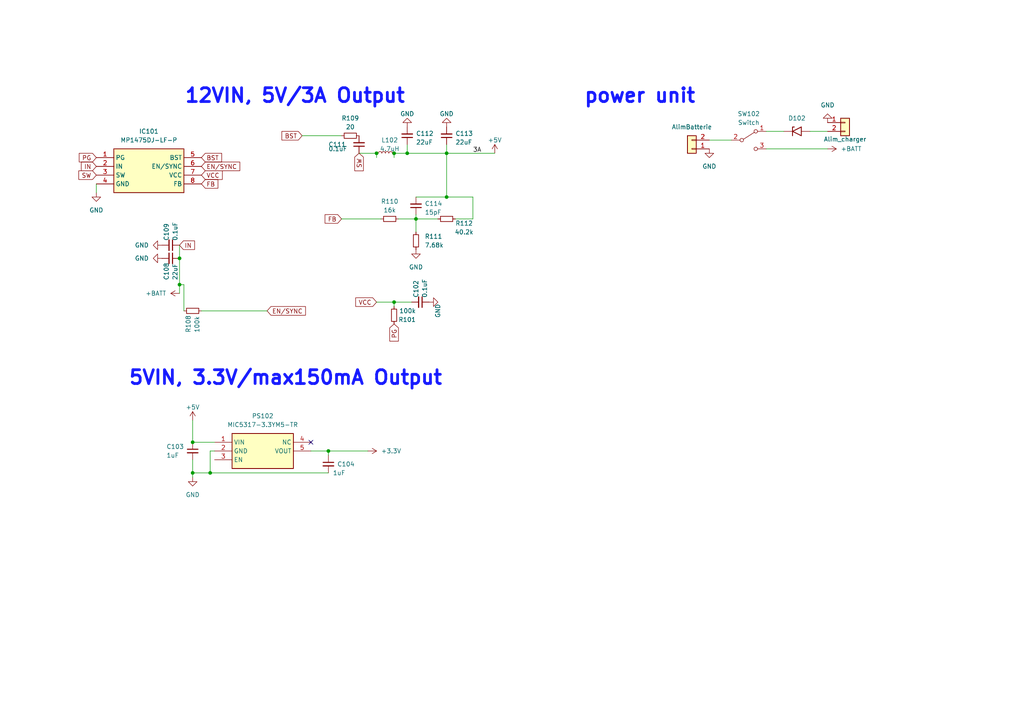
<source format=kicad_sch>
(kicad_sch (version 20231120) (generator "eeschema") (generator_version "8.0")
  (paper "A4")
  (title_block (title "AlimStealthKitty") (date "2024-09-20") (rev "JK") (company "ENSEA"))
  (lib_symbols
    (symbol "Connector_Generic:Conn_01x02" (pin_names (offset 1.016) hide)
      (property "Reference" "J" (at 0 2.54 0))
      (property "Value" "Conn_01x02" (at 0 -5.08 0))
      (symbol "Conn_01x02_1_1"
        (rectangle (start -1.27 -2.413) (end 0 -2.667) (stroke (width 0.1524)))
        (rectangle (start -1.27 0.127) (end 0 -0.127) (stroke (width 0.1524)))
        (rectangle (start -1.27 1.27) (end 1.27 -3.81) (stroke (width 0.254)) (fill (type background)))
        (pin passive line (at -5.08 0 0) (length 3.81) (name "Pin_1") (number "1"))
        (pin passive line (at -5.08 -2.54 0) (length 3.81) (name "Pin_2") (number "2"))
      )
    )
    (symbol "Device:C_Small" (pin_numbers hide) (pin_names (offset 0.254) hide)
      (property "Reference" "C" (at 0.254 1.778 0))
      (property "Value" "C_Small" (at 0.254 -2.032 0))
      (symbol "C_Small_0_1"
        (polyline (pts (xy -1.524 -0.508) (xy 1.524 -0.508)) (stroke (width 0.3302)))
        (polyline (pts (xy -1.524 0.508) (xy 1.524 0.508)) (stroke (width 0.3048)))
      )
      (symbol "C_Small_1_1"
        (pin passive line (at 0 2.54 270) (length 2.032) (name "~") (number "1"))
        (pin passive line (at 0 -2.54 90) (length 2.032) (name "~") (number "2"))
      )
    )
    (symbol "Device:L_Small" (pin_numbers hide) (pin_names (offset 0.254) hide)
      (property "Reference" "L" (at 0.762 1.016 0))
      (property "Value" "L_Small" (at 0.762 -1.016 0))
      (symbol "L_Small_0_1"
        (arc (start 0 -2.032) (mid 0.5058 -1.524) (end 0 -1.016))
        (arc (start 0 -1.016) (mid 0.5058 -0.508) (end 0 0))
        (arc (start 0 0) (mid 0.5058 0.508) (end 0 1.016))
        (arc (start 0 1.016) (mid 0.5058 1.524) (end 0 2.032))
      )
      (symbol "L_Small_1_1"
        (pin passive line (at 0 2.54 270) (length 0.508) (name "~") (number "1"))
        (pin passive line (at 0 -2.54 90) (length 0.508) (name "~") (number "2"))
      )
    )
    (symbol "Device:R_Small" (pin_numbers hide) (pin_names (offset 0.254) hide)
      (property "Reference" "R" (at 0.762 0.508 0))
      (property "Value" "R_Small" (at 0.762 -1.016 0))
      (symbol "R_Small_0_1"
        (rectangle (start -0.762 1.778) (end 0.762 -1.778) (stroke (width 0.2032)))
      )
      (symbol "R_Small_1_1"
        (pin passive line (at 0 2.54 270) (length 0.762) (name "~") (number "1"))
        (pin passive line (at 0 -2.54 90) (length 0.762) (name "~") (number "2"))
      )
    )
    (symbol "Diode:1.5KExxA" (pin_numbers hide) (pin_names (offset 1.016) hide)
      (property "Reference" "D" (at 0 2.54 0))
      (property "Value" "1.5KExxA" (at 0 -2.54 0))
      (symbol "1.5KExxA_0_1"
        (polyline (pts (xy -0.762 1.27) (xy -1.27 1.27) (xy -1.27 -1.27)) (stroke (width 0.254)))
        (polyline (pts (xy 1.27 1.27) (xy 1.27 -1.27) (xy -1.27 0) (xy 1.27 1.27)) (stroke (width 0.254)))
      )
      (symbol "1.5KExxA_1_1"
        (pin passive line (at -3.81 0 0) (length 2.54) (name "A1") (number "1"))
        (pin passive line (at 3.81 0 180) (length 2.54) (name "A2") (number "2"))
      )
    )
    (symbol "GND_1" (power) (pin_numbers hide) (pin_names (offset 0) hide)
      (property "Value" "GND" (at 0 -3.81 0))
      (symbol "GND_1_0_1"
        (polyline (pts (xy 0 0) (xy 0 -1.27) (xy 1.27 -1.27) (xy 0 -2.54) (xy -1.27 -1.27) (xy 0 -1.27)))
      )
      (symbol "GND_1_1_1"
        (pin power_in line (at 0 0 270) (length 0) (name "~") (number "1"))
      )
    )
    (symbol "MIC5317-3_3YM5-TR:MIC5317-3.3YM5-TR"
      (property "Reference" "PS" (at 24.13 7.62 0))
      (property "Value" "MIC5317-3.3YM5-TR" (at 24.13 5.08 0))
      (symbol "MIC5317-3.3YM5-TR_1_1"
        (rectangle (start 5.08 2.54) (end 22.86 -7.62) (stroke (width 0.254)) (fill (type background)))
        (pin passive line (at 0 0 0) (length 5.08) (name "VIN") (number "1"))
        (pin passive line (at 0 -2.54 0) (length 5.08) (name "GND") (number "2"))
        (pin passive line (at 0 -5.08 0) (length 5.08) (name "EN") (number "3"))
        (pin no_connect line (at 27.94 0 180) (length 5.08) (name "NC") (number "4"))
        (pin passive line (at 27.94 -2.54 180) (length 5.08) (name "VOUT") (number "5"))
      )
    )
    (symbol "MP1475DJ-LF-P:MP1475DJ-LF-P"
      (property "Reference" "IC" (at 26.67 7.62 0))
      (property "Value" "MP1475DJ-LF-P" (at 26.67 5.08 0))
      (symbol "MP1475DJ-LF-P_1_1"
        (rectangle (start 5.08 2.54) (end 25.4 -10.16) (stroke (width 0.254)) (fill (type background)))
        (pin passive line (at 0 0 0) (length 5.08) (name "PG") (number "1"))
        (pin passive line (at 0 -2.54 0) (length 5.08) (name "IN") (number "2"))
        (pin passive line (at 0 -5.08 0) (length 5.08) (name "SW") (number "3"))
        (pin passive line (at 0 -7.62 0) (length 5.08) (name "GND") (number "4"))
        (pin passive line (at 30.48 0 180) (length 5.08) (name "BST") (number "5"))
        (pin passive line (at 30.48 -2.54 180) (length 5.08) (name "EN/SYNC") (number "6"))
        (pin passive line (at 30.48 -5.08 180) (length 5.08) (name "VCC") (number "7"))
        (pin passive line (at 30.48 -7.62 180) (length 5.08) (name "FB") (number "8"))
      )
    )
    (symbol "Switch:SW_SPDT" (pin_names (offset 0) hide)
      (property "Reference" "SW" (at 0 4.318 0))
      (property "Value" "SW_SPDT" (at 0 -5.08 0))
      (symbol "SW_SPDT_0_0"
        (circle (center -2.032 0) (radius 0.508))
        (circle (center 2.032 -2.54) (radius 0.508))
      )
      (symbol "SW_SPDT_0_1"
        (polyline (pts (xy -1.524 0.254) (xy 1.651 2.286)))
        (circle (center 2.032 2.54) (radius 0.508))
      )
      (symbol "SW_SPDT_1_1"
        (pin passive line (at 5.08 2.54 180) (length 2.54) (name "A") (number "1"))
        (pin passive line (at -5.08 0 0) (length 2.54) (name "B") (number "2"))
        (pin passive line (at 5.08 -2.54 180) (length 2.54) (name "C") (number "3"))
      )
    )
    (symbol "power:+3.3V" (power) (pin_names (offset 0))
      (property "Value" "+3.3V" (at 0 3.556 0))
      (symbol "+3.3V_0_1"
        (polyline (pts (xy -0.762 1.27) (xy 0 2.54)))
        (polyline (pts (xy 0 0) (xy 0 2.54)))
        (polyline (pts (xy 0 2.54) (xy 0.762 1.27)))
      )
      (symbol "+3.3V_1_1"
        (pin power_in line (at 0 0 90) (length 0) hide (name "+3.3V") (number "1"))
      )
    )
    (symbol "power:+5V" (power) (pin_names (offset 0))
      (property "Value" "+5V" (at 0 3.556 0))
      (symbol "+5V_0_1"
        (polyline (pts (xy -0.762 1.27) (xy 0 2.54)))
        (polyline (pts (xy 0 0) (xy 0 2.54)))
        (polyline (pts (xy 0 2.54) (xy 0.762 1.27)))
      )
      (symbol "+5V_1_1"
        (pin power_in line (at 0 0 90) (length 0) hide (name "+5V") (number "1"))
      )
    )
    (symbol "power:+BATT" (power) (pin_names (offset 0))
      (property "Value" "+BATT" (at 0 3.556 0))
      (symbol "+BATT_0_1"
        (polyline (pts (xy -0.762 1.27) (xy 0 2.54)))
        (polyline (pts (xy 0 0) (xy 0 2.54)))
        (polyline (pts (xy 0 2.54) (xy 0.762 1.27)))
      )
      (symbol "+BATT_1_1"
        (pin power_in line (at 0 0 90) (length 0) hide (name "+BATT") (number "1"))
      )
    )
    (symbol "power:GND" (power) (pin_names (offset 0))
      (property "Value" "GND" (at 0 -3.81 0))
      (symbol "GND_0_1"
        (polyline (pts (xy 0 0) (xy 0 -1.27) (xy 1.27 -1.27) (xy 0 -2.54) (xy -1.27 -1.27) (xy 0 -1.27)))
      )
      (symbol "GND_1_1"
        (pin power_in line (at 0 0 270) (length 0) hide (name "GND") (number "1"))
      )
    )
  )
  (junction (at 95.25 130.81))
  (junction (at 52.07 82.55))
  (junction (at 118.11 44.45))
  (junction (at 55.88 137.16))
  (junction (at 129.54 57.15))
  (junction (at 52.07 74.93))
  (junction (at 60.96 137.16))
  (junction (at 114.3 87.63))
  (junction (at 114.3 44.45))
  (junction (at 120.65 63.5))
  (junction (at 55.88 128.27))
  (junction (at 109.22 44.45))
  (junction (at 129.54 44.45))
  (no_connect (at 90.17 128.27))
  (wire (pts (xy 52.07 82.55) (xy 52.07 85.09)))
  (wire (pts (xy 120.65 63.5) (xy 120.65 67.31)))
  (wire (pts (xy 55.88 137.16) (xy 55.88 138.43)))
  (wire (pts (xy 77.47 90.17) (xy 58.42 90.17)))
  (wire (pts (xy 120.65 57.15) (xy 129.54 57.15)))
  (wire (pts (xy 53.34 82.55) (xy 52.07 82.55)))
  (wire (pts (xy 129.54 57.15) (xy 137.16 57.15)))
  (wire (pts (xy 222.25 38.1) (xy 227.33 38.1)))
  (wire (pts (xy 129.54 44.45) (xy 143.51 44.45)))
  (wire (pts (xy 114.3 87.63) (xy 119.38 87.63)))
  (wire (pts (xy 87.63 39.37) (xy 99.06 39.37)))
  (wire (pts (xy 234.95 38.1) (xy 240.03 38.1)))
  (wire (pts (xy 55.88 133.35) (xy 55.88 137.16)))
  (wire (pts (xy 90.17 130.81) (xy 95.25 130.81)))
  (wire (pts (xy 118.11 44.45) (xy 114.3 44.45)))
  (wire (pts (xy 129.54 44.45) (xy 118.11 44.45)))
  (wire (pts (xy 52.07 74.93) (xy 52.07 82.55)))
  (wire (pts (xy 53.34 90.17) (xy 53.34 82.55)))
  (wire (pts (xy 120.65 63.5) (xy 127 63.5)))
  (wire (pts (xy 104.14 44.45) (xy 109.22 44.45)))
  (wire (pts (xy 120.65 62.23) (xy 120.65 63.5)))
  (wire (pts (xy 60.96 130.81) (xy 60.96 137.16)))
  (wire (pts (xy 27.94 53.34) (xy 27.94 55.88)))
  (wire (pts (xy 99.06 63.5) (xy 110.49 63.5)))
  (wire (pts (xy 60.96 137.16) (xy 55.88 137.16)))
  (wire (pts (xy 132.08 63.5) (xy 137.16 63.5)))
  (wire (pts (xy 62.23 128.27) (xy 55.88 128.27)))
  (wire (pts (xy 60.96 137.16) (xy 95.25 137.16)))
  (wire (pts (xy 205.74 40.64) (xy 212.09 40.64)))
  (wire (pts (xy 129.54 44.45) (xy 129.54 57.15)))
  (wire (pts (xy 129.54 41.91) (xy 129.54 44.45)))
  (wire (pts (xy 55.88 121.92) (xy 55.88 128.27)))
  (wire (pts (xy 95.25 130.81) (xy 95.25 132.08)))
  (wire (pts (xy 62.23 130.81) (xy 60.96 130.81)))
  (wire (pts (xy 109.22 45.72) (xy 109.22 44.45)))
  (wire (pts (xy 109.22 87.63) (xy 114.3 87.63)))
  (wire (pts (xy 114.3 87.63) (xy 114.3 88.9)))
  (wire (pts (xy 114.3 45.72) (xy 114.3 44.45)))
  (wire (pts (xy 95.25 130.81) (xy 106.68 130.81)))
  (wire (pts (xy 137.16 63.5) (xy 137.16 57.15)))
  (wire (pts (xy 222.25 43.18) (xy 240.03 43.18)))
  (wire (pts (xy 52.07 71.12) (xy 52.07 74.93)))
  (wire (pts (xy 115.57 63.5) (xy 120.65 63.5)))
  (wire (pts (xy 118.11 44.45) (xy 118.11 41.91)))
  (text "power unit\n" (at 169.164 30.226 0) (effects (font (size 4 4) (thickness 0.8) (bold yes)) (justify left bottom)))
  (text "12VIN, 5V/3A Output" (at 53.34 30.226 0) (effects (font (size 4 4) (thickness 0.8) (bold yes)) (justify left bottom)))
  (text "5VIN, 3.3V/max150mA Output" (at 37.084 112.014 0) (effects (font (size 4 4) (thickness 0.8) (bold yes)) (justify left bottom)))
  (label "3A" (at 137.16 44.45 0))
  (global_label "EN{slash}SYNC" (shape input) (at 77.47 90.17 0) (property "Intersheetrefs" "${INTERSHEET_REFS}" (effects (hide yes))))
  (global_label "IN" (shape input) (at 27.94 48.26 180) (property "Intersheetrefs" "${INTERSHEET_REFS}" (effects (hide yes))))
  (global_label "SW" (shape input) (at 27.94 50.8 180) (property "Intersheetrefs" "${INTERSHEET_REFS}" (effects (hide yes))))
  (global_label "IN" (shape input) (at 52.07 71.12 0) (property "Intersheetrefs" "${INTERSHEET_REFS}" (effects (hide yes))))
  (global_label "BST" (shape input) (at 87.63 39.37 180) (property "Intersheetrefs" "${INTERSHEET_REFS}" (effects (hide yes))))
  (global_label "PG" (shape input) (at 114.3 93.98 270) (property "Intersheetrefs" "${INTERSHEET_REFS}" (effects (hide yes))))
  (global_label "FB" (shape input) (at 58.42 53.34 0) (property "Intersheetrefs" "${INTERSHEET_REFS}" (effects (hide yes))))
  (global_label "VCC" (shape input) (at 58.42 50.8 0) (property "Intersheetrefs" "${INTERSHEET_REFS}" (effects (hide yes))))
  (global_label "FB" (shape input) (at 99.06 63.5 180) (property "Intersheetrefs" "${INTERSHEET_REFS}" (effects (hide yes))))
  (global_label "VCC" (shape input) (at 109.22 87.63 180) (property "Intersheetrefs" "${INTERSHEET_REFS}" (effects (hide yes))))
  (global_label "SW" (shape input) (at 104.14 44.45 270) (property "Intersheetrefs" "${INTERSHEET_REFS}" (effects (hide yes))))
  (global_label "BST" (shape input) (at 58.42 45.72 0) (property "Intersheetrefs" "${INTERSHEET_REFS}" (effects (hide yes))))
  (global_label "PG" (shape input) (at 27.94 45.72 180) (property "Intersheetrefs" "${INTERSHEET_REFS}" (effects (hide yes))))
  (global_label "EN{slash}SYNC" (shape input) (at 58.42 48.26 0) (property "Intersheetrefs" "${INTERSHEET_REFS}" (effects (hide yes))))
  (symbol (lib_id "Connector_Generic:Conn_01x02") (at 245.11 35.56 0) (unit 1)
    (property "Reference" "Alim_charger" (at 245.11 40.386 0))
    (property "Value" "Conn_01x02" (effects (hide yes)))
    (property "Footprint" "Connector_JST:JST_XH_S2B-XH-A-1_1x02_P2.50mm_Horizontal" (effects (hide yes)))
  )
  (symbol (lib_id "power:+3.3V") (at 106.68 130.81 270) (unit 1)
    (property "Reference" "#PWR0106" (effects (hide yes)))
    (property "Value" "+3.3V" (at 110.49 130.8099 90) (effects (justify left)))
  )
  (symbol (lib_id "power:+BATT") (at 52.07 85.09 90) (unit 1)
    (property "Reference" "#PWR0112" (effects (hide yes)))
    (property "Value" "+BATT" (at 48.26 85.0899 90) (effects (justify left)))
  )
  (symbol (lib_id "Device:L_Small") (at 111.76 44.45 90) (unit 1)
    (property "Reference" "L102" (at 113.03 40.64 90))
    (property "Value" "4.7uH" (at 113.03 43.18 90))
    (property "Footprint" "Library:INDPM4141X210N" (effects (hide yes)))
    (property "Datasheet" "https://www.we-online.com/components/products/datasheet/74438356047HT.pdf" (effects (hide yes)))
    (property "Manufacturer_Name" "Wurth" (effects (hide yes)))
    (property "Manufacturer_Part_Number" "74438356047HT " (effects (hide yes)))
    (property "Mouser Part Number" " 710-74438356047HT " (effects (hide yes)))
    (property "Mouser Price/Stock" "https://www.mouser.fr/ProductDetail/Wurth-Elektronik/74438356047HT?qs=YwPsRIUVAOcmekVUpNwTmA%3D%3D" (effects (hide yes)))
  )
  (symbol (lib_id "Device:C_Small") (at 118.11 39.37 180) (unit 1)
    (property "Reference" "C112" (at 120.65 38.7286 0) (effects (justify right)))
    (property "Value" "22uF" (at 120.65 41.2686 0) (effects (justify right)))
    (property "Footprint" "Capacitor_SMD:C_0603_1608Metric_Pad1.08x0.95mm_HandSolder" (effects (hide yes)))
  )
  (symbol (lib_id "power:GND") (at 124.46 87.63 90) (unit 1)
    (property "Reference" "#PWR0103" (effects (hide yes)))
    (property "Value" "GND" (at 127 90.17 0))
  )
  (symbol (lib_id "power:GND") (at 27.94 55.88 0) (unit 1)
    (property "Reference" "#PWR0118" (effects (hide yes)))
    (property "Value" "GND" (at 27.94 60.96 0))
  )
  (symbol (lib_id "Device:R_Small") (at 101.6 39.37 90) (unit 1)
    (property "Reference" "R109" (at 101.6 34.29 90))
    (property "Value" "20" (at 101.6 36.83 90))
    (property "Footprint" "Resistor_SMD:R_0805_2012Metric_Pad1.20x1.40mm_HandSolder" (effects (hide yes)))
    (property "Height" "0805" (effects (hide yes)))
  )
  (symbol (lib_id "Device:C_Small") (at 120.65 59.69 180) (unit 1)
    (property "Reference" "C114" (at 123.19 59.0486 0) (effects (justify right)))
    (property "Value" "15pF" (at 123.19 61.5886 0) (effects (justify right)))
    (property "Footprint" "Capacitor_SMD:C_0603_1608Metric_Pad1.08x0.95mm_HandSolder" (effects (hide yes)))
  )
  (symbol (lib_id "power:GND") (at 129.54 36.83 180) (unit 1)
    (property "Reference" "#PWR0115" (effects (hide yes)))
    (property "Value" "GND" (at 129.54 33.02 0))
  )
  (symbol (lib_id "Device:C_Small") (at 49.53 74.93 270) (unit 1)
    (property "Reference" "C108" (at 48.26 81.28 0) (effects (justify right)))
    (property "Value" "22uF" (at 50.8 81.28 0) (effects (justify right)))
    (property "Footprint" "Capacitor_SMD:C_0603_1608Metric_Pad1.08x0.95mm_HandSolder" (effects (hide yes)))
  )
  (symbol (lib_name "GND_1") (lib_id "power:GND") (at 46.99 74.93 270) (unit 1)
    (property "Reference" "#PWR0111" (effects (hide yes)))
    (property "Value" "GND" (at 43.18 74.9299 90) (effects (justify right)))
    (property "Description" "Power symbol creates a global label with name \"GND\" , ground" (effects (hide yes)))
  )
  (symbol (lib_id "Switch:SW_SPDT") (at 217.17 40.64 0) (unit 1)
    (property "Reference" "SW102" (at 217.17 33.02 0))
    (property "Value" "Switch" (at 217.17 35.56 0))
    (property "Footprint" "Library:Switch-3" (effects (hide yes)))
    (property "Datasheet" "https://www.we-online.com/en/components/products/WS-TOTV_635_CUT_OUT_VERT_OPERATION?sq=472123010111#472123010111" (effects (hide yes)))
    (property "Manufacturer_Name" "Wurth" (effects (hide yes)))
    (property "Manufacturer_Part_Number" "WS-TOTV Ø 6.35mm" (effects (hide yes)))
    (property "Mouser Part Number" "1333652" (effects (hide yes)))
  )
  (symbol (lib_id "Device:R_Small") (at 129.54 63.5 90) (unit 1)
    (property "Reference" "R112" (at 134.62 64.77 90))
    (property "Value" "40.2k" (at 134.62 67.31 90))
    (property "Footprint" "Resistor_SMD:R_0603_1608Metric_Pad0.98x0.95mm_HandSolder" (effects (hide yes)))
    (property "Height" "0603" (effects (hide yes)))
  )
  (symbol (lib_id "Device:C_Small") (at 121.92 87.63 270) (unit 1)
    (property "Reference" "C102" (at 120.65 86.36 0) (effects (justify right)))
    (property "Value" "0.1uF" (at 123.19 86.36 0) (effects (justify right)))
    (property "Footprint" "Capacitor_SMD:C_0603_1608Metric_Pad1.08x0.95mm_HandSolder" (effects (hide yes)))
  )
  (symbol (lib_id "power:GND") (at 55.88 138.43 0) (unit 1)
    (property "Reference" "#PWR0105" (effects (hide yes)))
    (property "Value" "GND" (at 55.88 143.51 0))
  )
  (symbol (lib_id "power:+5V") (at 55.88 121.92 0) (unit 1)
    (property "Reference" "#PWR0104" (effects (hide yes)))
    (property "Value" "+5V" (at 55.88 118.11 0))
  )
  (symbol (lib_id "Device:C_Small") (at 95.25 134.62 0) (unit 1)
    (property "Reference" "C104" (at 97.79 134.62 0) (effects (justify left)))
    (property "Value" "1uF" (at 96.52 137.16 0) (effects (justify left)))
    (property "Footprint" "Capacitor_SMD:C_0603_1608Metric_Pad1.08x0.95mm_HandSolder" (effects (hide yes)))
  )
  (symbol (lib_id "Diode:1.5KExxA") (at 231.14 38.1 0) (unit 1)
    (property "Reference" "D102" (at 231.14 34.29 0))
    (property "Value" "1.5KExxA" (effects (hide yes)))
    (property "Footprint" "Library:SODFL3718X108N" (effects (hide yes)))
    (property "Datasheet" "https://www.vishay.com/docs/88301/15ke.pdf" (effects (hide yes)))
    (property "Manufacturer_Name" "Vishay" (effects (hide yes)))
    (property "Mouser Part Number" " 78-SS2FN6HM3/H " (effects (hide yes)))
    (property "Mouser Price/Stock" "https://www.mouser.fr/ProductDetail/Vishay-General-Semiconductor/SS2FN6HM3-H?qs=ECv811tYSNgeSl37rhIfaw%3D%3D&mgh=1&vip=1&gclid=CjwKCAjw9-6oBhBaEiwAHv1QvPLHN89HQM0ca4cFNIK0nj8XCSkwIJpoasBe6LEPT6MJfT_eAR0fOxoCRtkQAvD_BwE" (effects (hide yes)))
  )
  (symbol (lib_name "GND_1") (lib_id "power:GND") (at 46.99 71.12 270) (unit 1)
    (property "Reference" "#PWR0110" (effects (hide yes)))
    (property "Value" "GND" (at 43.18 71.1199 90) (effects (justify right)))
    (property "Description" "Power symbol creates a global label with name \"GND\" , ground" (effects (hide yes)))
  )
  (symbol (lib_id "power:+5V") (at 143.51 44.45 0) (unit 1)
    (property "Reference" "#PWR0116" (effects (hide yes)))
    (property "Value" "+5V" (at 143.51 40.64 0))
  )
  (symbol (lib_id "Device:R_Small") (at 55.88 90.17 270) (unit 1)
    (property "Reference" "R108" (at 54.61 96.52 0) (effects (justify right)))
    (property "Value" "100k" (at 57.15 96.52 0) (effects (justify right)))
    (property "Footprint" "Resistor_SMD:R_0603_1608Metric_Pad0.98x0.95mm_HandSolder" (effects (hide yes)))
    (property "Height" "0603" (effects (hide yes)))
  )
  (symbol (lib_id "Device:C_Small") (at 129.54 39.37 180) (unit 1)
    (property "Reference" "C113" (at 132.08 38.7286 0) (effects (justify right)))
    (property "Value" "22uF" (at 132.08 41.2686 0) (effects (justify right)))
    (property "Footprint" "Capacitor_SMD:C_0603_1608Metric_Pad1.08x0.95mm_HandSolder" (effects (hide yes)))
  )
  (symbol (lib_id "MP1475DJ-LF-P:MP1475DJ-LF-P") (at 27.94 45.72 0) (unit 1)
    (property "Reference" "IC101" (at 43.18 38.1 0))
    (property "Value" "MP1475DJ-LF-P" (at 43.18 40.64 0))
    (property "Footprint" "SOT65P280X100-8N" (effects (hide yes)))
    (property "Datasheet" "https://www.monolithicpower.com/en/documentview/productdocument/index/version/2/document_type/Datasheet/lang/en/sku/MP1475/document_id/342" (effects (hide yes)))
    (property "Description" "Switching Voltage Regulators 3A, 16V, 500kHz Sync, Stp-Dwn Cnvrtr" (effects (hide yes)))
    (property "Height" "1" (effects (hide yes)))
    (property "Mouser Part Number" "946-MP1475DJLFP" (effects (hide yes)))
    (property "Mouser Price/Stock" "https://www.mouser.co.uk/ProductDetail/Monolithic-Power-Systems-MPS/MP1475DJ-LF-P?qs=Iq7RKQRjpgoaxnjiXuhBAA%3D%3D" (effects (hide yes)))
    (property "Manufacturer_Name" "Monolithic Power Systems (MPS)" (effects (hide yes)))
    (property "Manufacturer_Part_Number" "MP1475DJ-LF-P" (effects (hide yes)))
  )
  (symbol (lib_id "power:GND") (at 118.11 36.83 180) (unit 1)
    (property "Reference" "#PWR0114" (effects (hide yes)))
    (property "Value" "GND" (at 118.11 33.02 0))
  )
  (symbol (lib_id "Device:C_Small") (at 104.14 41.91 180) (unit 1)
    (property "Reference" "C111" (at 95.25 41.91 0) (effects (justify right)))
    (property "Value" "0.1uF" (at 95.25 43.18 0) (effects (justify right)))
    (property "Footprint" "Capacitor_SMD:C_0603_1608Metric_Pad1.08x0.95mm_HandSolder" (effects (hide yes)))
  )
  (symbol (lib_id "power:+BATT") (at 240.03 43.18 270) (unit 1)
    (property "Reference" "#PWR0102" (effects (hide yes)))
    (property "Value" "+BATT" (at 243.84 43.1799 90) (effects (justify left)))
  )
  (symbol (lib_id "Device:R_Small") (at 113.03 63.5 90) (unit 1)
    (property "Reference" "R110" (at 113.03 58.42 90))
    (property "Value" "16k" (at 113.03 60.96 90))
    (property "Footprint" "Resistor_SMD:R_0603_1608Metric_Pad0.98x0.95mm_HandSolder" (effects (hide yes)))
    (property "Height" "0603" (effects (hide yes)))
  )
  (symbol (lib_id "Device:R_Small") (at 114.3 91.44 0) (unit 1)
    (property "Reference" "R101" (at 120.65 92.71 0) (effects (justify right)))
    (property "Value" "100k" (at 120.65 90.17 0) (effects (justify right)))
    (property "Footprint" "Resistor_SMD:R_0603_1608Metric_Pad0.98x0.95mm_HandSolder" (effects (hide yes)))
    (property "Height" "0603" (effects (hide yes)))
  )
  (symbol (lib_id "Device:C_Small") (at 55.88 130.81 0) (unit 1)
    (property "Reference" "C103" (at 48.26 129.54 0) (effects (justify left)))
    (property "Value" "1uF" (at 48.26 132.08 0) (effects (justify left)))
    (property "Footprint" "Capacitor_SMD:C_0603_1608Metric_Pad1.08x0.95mm_HandSolder" (effects (hide yes)))
  )
  (symbol (lib_id "Connector_Generic:Conn_01x02") (at 200.66 43.18 180) (unit 1)
    (property "Reference" "AlimBatterie" (at 200.66 36.83 0))
    (property "Value" "Conn_01x02" (effects (hide yes)))
    (property "Footprint" "Connector_JST:JST_XH_S2B-XH-A-1_1x02_P2.50mm_Horizontal" (effects (hide yes)))
  )
  (symbol (lib_id "power:GND") (at 205.74 43.18 0) (unit 1)
    (property "Reference" "#PWR0101" (effects (hide yes)))
    (property "Value" "GND" (at 205.74 48.26 0))
  )
  (symbol (lib_id "MIC5317-3_3YM5-TR:MIC5317-3.3YM5-TR") (at 62.23 128.27 0) (unit 1)
    (property "Reference" "PS102" (at 76.2 120.65 0))
    (property "Value" "MIC5317-3.3YM5-TR" (at 76.2 123.19 0))
    (property "Footprint" "SOT95P280X145-5N" (effects (hide yes)))
    (property "Datasheet" "http://ww1.microchip.com/downloads/en/devicedoc/mic5317.pdf" (effects (hide yes)))
    (property "Description" "MICROCHIP - MIC5317-3.3YM5-TR - LDO, FIXED, 3.3V, 0.15A, -40 TO 125DEG C" (effects (hide yes)))
    (property "Height" "1.45" (effects (hide yes)))
    (property "Mouser Part Number" "998-MIC5317-3.3YM5TR" (effects (hide yes)))
    (property "Mouser Price/Stock" "https://www.mouser.co.uk/ProductDetail/Microchip-Technology/MIC5317-3.3YM5-TR?qs=U6T8BxXiZAUR0BSg3XdMLw%3D%3D" (effects (hide yes)))
    (property "Manufacturer_Name" "Microchip" (effects (hide yes)))
    (property "Manufacturer_Part_Number" "MIC5317-3.3YM5-TR" (effects (hide yes)))
  )
  (symbol (lib_id "Device:C_Small") (at 49.53 71.12 270) (unit 1)
    (property "Reference" "C109" (at 48.26 69.85 0) (effects (justify right)))
    (property "Value" "0.1uF" (at 50.8 69.85 0) (effects (justify right)))
    (property "Footprint" "Capacitor_SMD:C_0603_1608Metric_Pad1.08x0.95mm_HandSolder" (effects (hide yes)))
  )
  (symbol (lib_id "power:GND") (at 120.65 72.39 0) (unit 1)
    (property "Reference" "#PWR0117" (effects (hide yes)))
    (property "Value" "GND" (at 120.65 77.47 0))
  )
  (symbol (lib_id "power:GND") (at 240.03 35.56 180) (unit 1)
    (property "Reference" "#PWR0113" (effects (hide yes)))
    (property "Value" "GND" (at 240.03 30.48 0))
  )
  (symbol (lib_id "Device:R_Small") (at 120.65 69.85 180) (unit 1)
    (property "Reference" "R111" (at 123.19 68.5799 0) (effects (justify right)))
    (property "Value" "7.68k" (at 123.19 71.1199 0) (effects (justify right)))
    (property "Footprint" "Resistor_SMD:R_0603_1608Metric_Pad0.98x0.95mm_HandSolder" (effects (hide yes)))
    (property "Height" "0603" (effects (hide yes)))
  )
)
</source>
